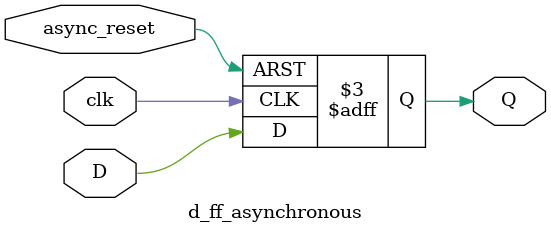
<source format=v>
`timescale 1ns / 1ps


module d_ff_asynchronous(D,clk,async_reset,Q);
input D,clk,async_reset; 
output reg Q;  
always @(posedge clk or posedge async_reset) 
begin
 if(async_reset==1'b1)
  Q<=1'b0; 
 else 
  Q<=D; 
end 
endmodule


</source>
